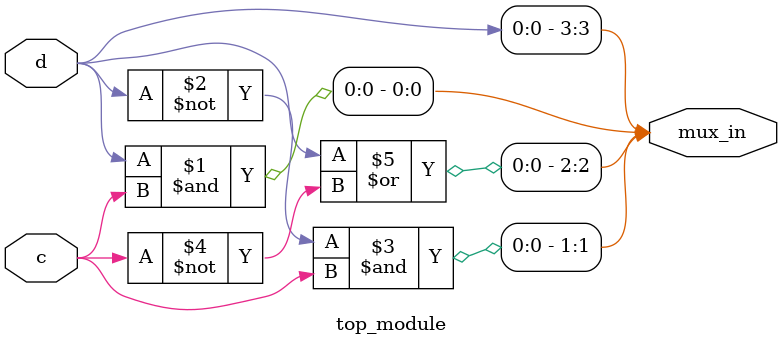
<source format=sv>
module top_module (
    input c,
    input d,
    output [3:0] mux_in
);

    // Assign values based on the provided Karnaugh map

    // ab = 00
    assign mux_in[0] = d & c;

    // ab = 01
    assign mux_in[1] = ~d & c;

    // ab = 11
    assign mux_in[3] = d;

    // ab = 10
    assign mux_in[2] = d | ~c;

endmodule

</source>
